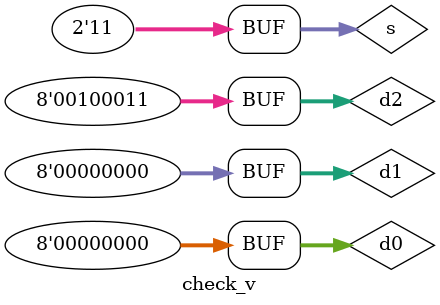
<source format=v>
`timescale 1ns / 1ps


module check_v;

	// Inputs
	reg [7:0] d0;
	reg [7:0] d1;
	reg [7:0] d2;
	reg [1:0] s;

	// Outputs
	wire [7:0] y;

	// Instantiate the Unit Under Test (UUT)
	mux33 uut (
		.d0(d0), 
		.d1(d1), 
		.d2(d2), 
		.y(y), 
		.s(s)
	);

	initial begin
		// Initialize Inputs
		d0 = 0;
		d1 = 0;
		d2 = 0;
		s = 0;

		// Wait 100 ns for global reset to finish
		#10;
      d0 = 0;
		d1 = 0;
		d2 = 8'h23;
		s = 11;

		// Wait 100 ns for global reset to finish
		#10;  
		// Add stimulus here

	end
      
endmodule


</source>
